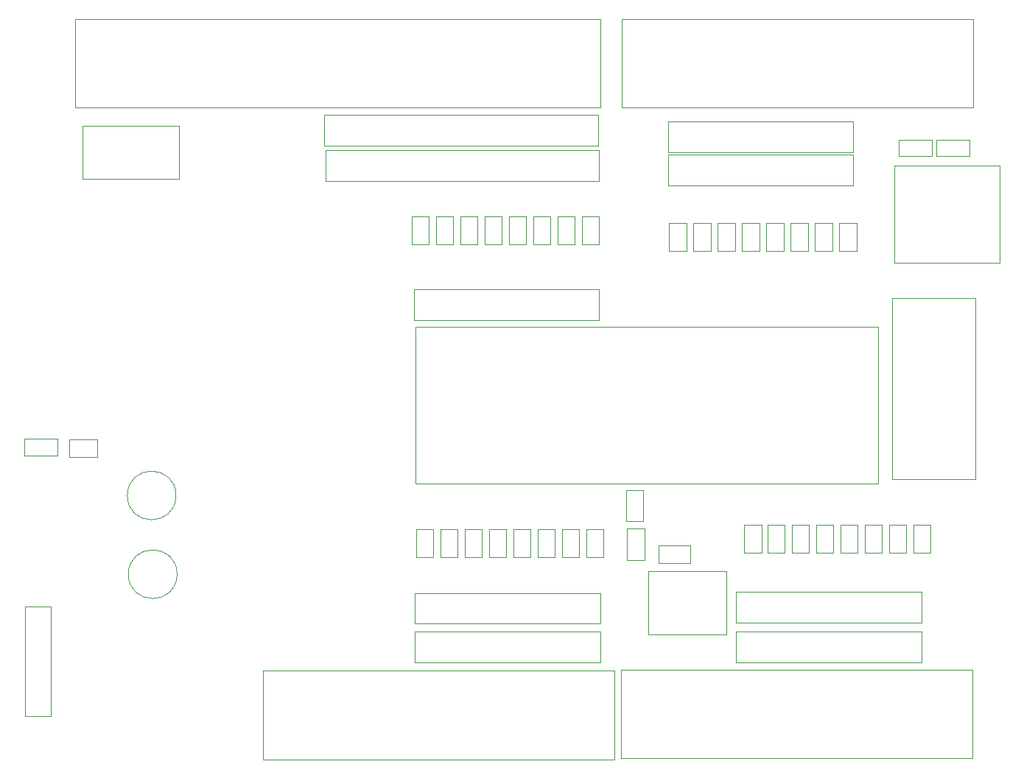
<source format=gbr>
G04 #@! TF.FileFunction,Other,User*
%FSLAX46Y46*%
G04 Gerber Fmt 4.6, Leading zero omitted, Abs format (unit mm)*
G04 Created by KiCad (PCBNEW 201611211049+7371~55~ubuntu16.10.1-product) date Tue Dec 27 15:06:12 2016*
%MOMM*%
%LPD*%
G01*
G04 APERTURE LIST*
%ADD10C,0.100000*%
%ADD11C,0.050000*%
G04 APERTURE END LIST*
D10*
D11*
X112274000Y-103906000D02*
G75*
G03X112274000Y-103906000I-2800000J0D01*
G01*
X112147000Y-94849000D02*
G75*
G03X112147000Y-94849000I-2800000J0D01*
G01*
X204043000Y-72120000D02*
X204043000Y-92970000D01*
X204043000Y-92970000D02*
X194443000Y-92970000D01*
X194443000Y-92970000D02*
X194443000Y-72120000D01*
X194443000Y-72120000D02*
X204043000Y-72120000D01*
X94766000Y-120249000D02*
X94766000Y-107599000D01*
X97766000Y-120249000D02*
X94766000Y-120249000D01*
X94766000Y-107599000D02*
X97766000Y-107599000D01*
X97766000Y-120249000D02*
X97766000Y-107599000D01*
X139663000Y-93475000D02*
X192863000Y-93475000D01*
X139663000Y-75425000D02*
X192863000Y-75425000D01*
X139663000Y-93475000D02*
X139663000Y-75425000D01*
X192863000Y-93475000D02*
X192863000Y-75425000D01*
X166442000Y-110838000D02*
X175442000Y-110838000D01*
X175442000Y-110838000D02*
X175442000Y-103538000D01*
X175442000Y-103538000D02*
X166442000Y-103538000D01*
X166442000Y-103538000D02*
X166442000Y-110838000D01*
X163973000Y-102257000D02*
X163973000Y-98657000D01*
X165973000Y-102257000D02*
X165973000Y-98657000D01*
X163973000Y-102257000D02*
X165973000Y-102257000D01*
X163973000Y-98657000D02*
X165973000Y-98657000D01*
X167618000Y-100600000D02*
X171218000Y-100600000D01*
X167618000Y-102600000D02*
X171218000Y-102600000D01*
X167618000Y-100600000D02*
X167618000Y-102600000D01*
X171218000Y-100600000D02*
X171218000Y-102600000D01*
X165846000Y-94212000D02*
X165846000Y-97812000D01*
X163846000Y-94212000D02*
X163846000Y-97812000D01*
X165846000Y-94212000D02*
X163846000Y-94212000D01*
X165846000Y-97812000D02*
X163846000Y-97812000D01*
X94747000Y-90231000D02*
X94747000Y-88331000D01*
X94747000Y-88331000D02*
X98547000Y-88331000D01*
X98547000Y-88331000D02*
X98547000Y-90231000D01*
X98547000Y-90231000D02*
X94747000Y-90231000D01*
X101374000Y-52352000D02*
X101374000Y-58402000D01*
X112524000Y-52352000D02*
X112524000Y-58402000D01*
X101374000Y-52352000D02*
X112524000Y-52352000D01*
X101374000Y-58402000D02*
X112524000Y-58402000D01*
X99873000Y-88408000D02*
X103073000Y-88408000D01*
X99873000Y-90408000D02*
X103073000Y-90408000D01*
X99873000Y-88408000D02*
X99873000Y-90408000D01*
X103073000Y-88408000D02*
X103073000Y-90408000D01*
X179435000Y-98222000D02*
X179435000Y-101422000D01*
X177435000Y-98222000D02*
X177435000Y-101422000D01*
X179435000Y-98222000D02*
X177435000Y-98222000D01*
X179435000Y-101422000D02*
X177435000Y-101422000D01*
X182102000Y-98222000D02*
X182102000Y-101422000D01*
X180102000Y-98222000D02*
X180102000Y-101422000D01*
X182102000Y-98222000D02*
X180102000Y-98222000D01*
X182102000Y-101422000D02*
X180102000Y-101422000D01*
X184896000Y-98222000D02*
X184896000Y-101422000D01*
X182896000Y-98222000D02*
X182896000Y-101422000D01*
X184896000Y-98222000D02*
X182896000Y-98222000D01*
X184896000Y-101422000D02*
X182896000Y-101422000D01*
X187690000Y-98222000D02*
X187690000Y-101422000D01*
X185690000Y-98222000D02*
X185690000Y-101422000D01*
X187690000Y-98222000D02*
X185690000Y-98222000D01*
X187690000Y-101422000D02*
X185690000Y-101422000D01*
X190484000Y-98222000D02*
X190484000Y-101422000D01*
X188484000Y-98222000D02*
X188484000Y-101422000D01*
X190484000Y-98222000D02*
X188484000Y-98222000D01*
X190484000Y-101422000D02*
X188484000Y-101422000D01*
X193278000Y-98222000D02*
X193278000Y-101422000D01*
X191278000Y-98222000D02*
X191278000Y-101422000D01*
X193278000Y-98222000D02*
X191278000Y-98222000D01*
X193278000Y-101422000D02*
X191278000Y-101422000D01*
X196072000Y-98222000D02*
X196072000Y-101422000D01*
X194072000Y-98222000D02*
X194072000Y-101422000D01*
X196072000Y-98222000D02*
X194072000Y-98222000D01*
X196072000Y-101422000D02*
X194072000Y-101422000D01*
X198866000Y-98222000D02*
X198866000Y-101422000D01*
X196866000Y-98222000D02*
X196866000Y-101422000D01*
X198866000Y-98222000D02*
X196866000Y-98222000D01*
X198866000Y-101422000D02*
X196866000Y-101422000D01*
X139208000Y-65989000D02*
X139208000Y-62789000D01*
X141208000Y-65989000D02*
X141208000Y-62789000D01*
X139208000Y-65989000D02*
X141208000Y-65989000D01*
X139208000Y-62789000D02*
X141208000Y-62789000D01*
X142002000Y-65989000D02*
X142002000Y-62789000D01*
X144002000Y-65989000D02*
X144002000Y-62789000D01*
X142002000Y-65989000D02*
X144002000Y-65989000D01*
X142002000Y-62789000D02*
X144002000Y-62789000D01*
X144796000Y-65989000D02*
X144796000Y-62789000D01*
X146796000Y-65989000D02*
X146796000Y-62789000D01*
X144796000Y-65989000D02*
X146796000Y-65989000D01*
X144796000Y-62789000D02*
X146796000Y-62789000D01*
X147590000Y-65989000D02*
X147590000Y-62789000D01*
X149590000Y-65989000D02*
X149590000Y-62789000D01*
X147590000Y-65989000D02*
X149590000Y-65989000D01*
X147590000Y-62789000D02*
X149590000Y-62789000D01*
X150384000Y-65989000D02*
X150384000Y-62789000D01*
X152384000Y-65989000D02*
X152384000Y-62789000D01*
X150384000Y-65989000D02*
X152384000Y-65989000D01*
X150384000Y-62789000D02*
X152384000Y-62789000D01*
X153178000Y-65989000D02*
X153178000Y-62789000D01*
X155178000Y-65989000D02*
X155178000Y-62789000D01*
X153178000Y-65989000D02*
X155178000Y-65989000D01*
X153178000Y-62789000D02*
X155178000Y-62789000D01*
X155972000Y-65989000D02*
X155972000Y-62789000D01*
X157972000Y-65989000D02*
X157972000Y-62789000D01*
X155972000Y-65989000D02*
X157972000Y-65989000D01*
X155972000Y-62789000D02*
X157972000Y-62789000D01*
X158766000Y-65989000D02*
X158766000Y-62789000D01*
X160766000Y-65989000D02*
X160766000Y-62789000D01*
X158766000Y-65989000D02*
X160766000Y-65989000D01*
X158766000Y-62789000D02*
X160766000Y-62789000D01*
X141716000Y-98730000D02*
X141716000Y-101930000D01*
X139716000Y-98730000D02*
X139716000Y-101930000D01*
X141716000Y-98730000D02*
X139716000Y-98730000D01*
X141716000Y-101930000D02*
X139716000Y-101930000D01*
X144510000Y-98730000D02*
X144510000Y-101930000D01*
X142510000Y-98730000D02*
X142510000Y-101930000D01*
X144510000Y-98730000D02*
X142510000Y-98730000D01*
X144510000Y-101930000D02*
X142510000Y-101930000D01*
X147304000Y-98730000D02*
X147304000Y-101930000D01*
X145304000Y-98730000D02*
X145304000Y-101930000D01*
X147304000Y-98730000D02*
X145304000Y-98730000D01*
X147304000Y-101930000D02*
X145304000Y-101930000D01*
X150098000Y-98730000D02*
X150098000Y-101930000D01*
X148098000Y-98730000D02*
X148098000Y-101930000D01*
X150098000Y-98730000D02*
X148098000Y-98730000D01*
X150098000Y-101930000D02*
X148098000Y-101930000D01*
X152892000Y-98730000D02*
X152892000Y-101930000D01*
X150892000Y-98730000D02*
X150892000Y-101930000D01*
X152892000Y-98730000D02*
X150892000Y-98730000D01*
X152892000Y-101930000D02*
X150892000Y-101930000D01*
X155686000Y-98730000D02*
X155686000Y-101930000D01*
X153686000Y-98730000D02*
X153686000Y-101930000D01*
X155686000Y-98730000D02*
X153686000Y-98730000D01*
X155686000Y-101930000D02*
X153686000Y-101930000D01*
X158480000Y-98730000D02*
X158480000Y-101930000D01*
X156480000Y-98730000D02*
X156480000Y-101930000D01*
X158480000Y-98730000D02*
X156480000Y-98730000D01*
X158480000Y-101930000D02*
X156480000Y-101930000D01*
X161274000Y-98730000D02*
X161274000Y-101930000D01*
X159274000Y-98730000D02*
X159274000Y-101930000D01*
X161274000Y-98730000D02*
X159274000Y-98730000D01*
X161274000Y-101930000D02*
X159274000Y-101930000D01*
X168799000Y-66751000D02*
X168799000Y-63551000D01*
X170799000Y-66751000D02*
X170799000Y-63551000D01*
X168799000Y-66751000D02*
X170799000Y-66751000D01*
X168799000Y-63551000D02*
X170799000Y-63551000D01*
X188357000Y-66751000D02*
X188357000Y-63551000D01*
X190357000Y-66751000D02*
X190357000Y-63551000D01*
X188357000Y-66751000D02*
X190357000Y-66751000D01*
X188357000Y-63551000D02*
X190357000Y-63551000D01*
X185563000Y-66751000D02*
X185563000Y-63551000D01*
X187563000Y-66751000D02*
X187563000Y-63551000D01*
X185563000Y-66751000D02*
X187563000Y-66751000D01*
X185563000Y-63551000D02*
X187563000Y-63551000D01*
X182769000Y-66751000D02*
X182769000Y-63551000D01*
X184769000Y-66751000D02*
X184769000Y-63551000D01*
X182769000Y-66751000D02*
X184769000Y-66751000D01*
X182769000Y-63551000D02*
X184769000Y-63551000D01*
X179975000Y-66751000D02*
X179975000Y-63551000D01*
X181975000Y-66751000D02*
X181975000Y-63551000D01*
X179975000Y-66751000D02*
X181975000Y-66751000D01*
X179975000Y-63551000D02*
X181975000Y-63551000D01*
X177181000Y-66751000D02*
X177181000Y-63551000D01*
X179181000Y-66751000D02*
X179181000Y-63551000D01*
X177181000Y-66751000D02*
X179181000Y-66751000D01*
X177181000Y-63551000D02*
X179181000Y-63551000D01*
X174387000Y-66751000D02*
X174387000Y-63551000D01*
X176387000Y-66751000D02*
X176387000Y-63551000D01*
X174387000Y-66751000D02*
X176387000Y-66751000D01*
X174387000Y-63551000D02*
X176387000Y-63551000D01*
X171593000Y-66751000D02*
X171593000Y-63551000D01*
X173593000Y-66751000D02*
X173593000Y-63551000D01*
X171593000Y-66751000D02*
X173593000Y-66751000D01*
X171593000Y-63551000D02*
X173593000Y-63551000D01*
X203741000Y-50231000D02*
X163341000Y-50231000D01*
X163341000Y-50231000D02*
X163341000Y-40031000D01*
X163341000Y-40031000D02*
X203741000Y-40031000D01*
X203741000Y-40031000D02*
X203741000Y-50231000D01*
X163289000Y-125069000D02*
X163289000Y-114869000D01*
X203689000Y-125069000D02*
X163289000Y-125069000D01*
X203689000Y-114869000D02*
X203689000Y-125069000D01*
X163289000Y-114869000D02*
X203689000Y-114869000D01*
X160942000Y-50231000D02*
X100542000Y-50231000D01*
X160942000Y-40031000D02*
X160942000Y-50231000D01*
X100542000Y-40031000D02*
X160942000Y-40031000D01*
X100542000Y-50231000D02*
X100542000Y-40031000D01*
X122141000Y-125196000D02*
X122141000Y-114996000D01*
X162541000Y-125196000D02*
X122141000Y-125196000D01*
X162541000Y-114996000D02*
X162541000Y-125196000D01*
X122141000Y-114996000D02*
X162541000Y-114996000D01*
X160881000Y-109573000D02*
X160881000Y-106073000D01*
X139581000Y-109573000D02*
X139581000Y-106073000D01*
X160881000Y-109573000D02*
X139581000Y-109573000D01*
X160881000Y-106073000D02*
X139581000Y-106073000D01*
X129314000Y-55146000D02*
X129314000Y-58646000D01*
X160764000Y-55146000D02*
X160764000Y-58646000D01*
X129314000Y-55146000D02*
X160764000Y-55146000D01*
X129314000Y-58646000D02*
X160764000Y-58646000D01*
X168684000Y-59154000D02*
X189984000Y-59154000D01*
X168684000Y-55654000D02*
X189984000Y-55654000D01*
X189984000Y-55654000D02*
X189984000Y-59154000D01*
X168684000Y-55654000D02*
X168684000Y-59154000D01*
X197838000Y-109446000D02*
X197838000Y-105946000D01*
X176538000Y-109446000D02*
X176538000Y-105946000D01*
X197838000Y-109446000D02*
X176538000Y-109446000D01*
X197838000Y-105946000D02*
X176538000Y-105946000D01*
X129187000Y-54582000D02*
X160637000Y-54582000D01*
X129187000Y-51082000D02*
X160637000Y-51082000D01*
X129187000Y-54582000D02*
X129187000Y-51082000D01*
X160637000Y-54582000D02*
X160637000Y-51082000D01*
X160881000Y-110518000D02*
X139581000Y-110518000D01*
X160881000Y-114018000D02*
X139581000Y-114018000D01*
X160881000Y-110518000D02*
X160881000Y-114018000D01*
X139581000Y-110518000D02*
X139581000Y-114018000D01*
X189984000Y-55344000D02*
X189984000Y-51844000D01*
X168684000Y-55344000D02*
X168684000Y-51844000D01*
X168684000Y-51844000D02*
X189984000Y-51844000D01*
X168684000Y-55344000D02*
X189984000Y-55344000D01*
X197838000Y-110518000D02*
X176538000Y-110518000D01*
X197838000Y-114018000D02*
X176538000Y-114018000D01*
X197838000Y-110518000D02*
X197838000Y-114018000D01*
X176538000Y-110518000D02*
X176538000Y-114018000D01*
X139474000Y-71148000D02*
X139474000Y-74648000D01*
X160774000Y-71148000D02*
X160774000Y-74648000D01*
X139474000Y-71148000D02*
X160774000Y-71148000D01*
X139474000Y-74648000D02*
X160774000Y-74648000D01*
X194715000Y-68044000D02*
X206815000Y-68044000D01*
X194715000Y-56894000D02*
X206815000Y-56894000D01*
X194715000Y-68044000D02*
X194715000Y-56894000D01*
X206815000Y-68044000D02*
X206815000Y-56894000D01*
X199004000Y-55814000D02*
X195204000Y-55814000D01*
X199004000Y-53914000D02*
X199004000Y-55814000D01*
X195204000Y-53914000D02*
X199004000Y-53914000D01*
X195204000Y-55814000D02*
X195204000Y-53914000D01*
X199522000Y-55814000D02*
X199522000Y-53914000D01*
X199522000Y-53914000D02*
X203322000Y-53914000D01*
X203322000Y-53914000D02*
X203322000Y-55814000D01*
X203322000Y-55814000D02*
X199522000Y-55814000D01*
M02*

</source>
